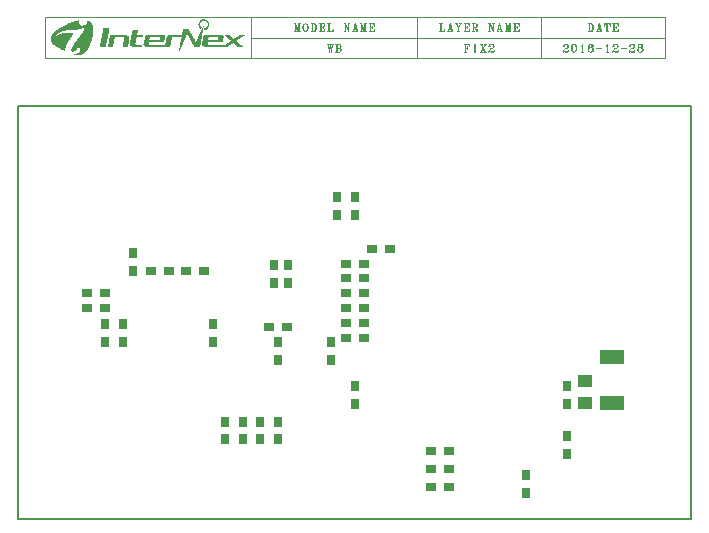
<source format=gbr>
%MOMM*%
%FSLAX33Y33*%
%ADD10C,0.203200*%
%ADD15C,0.070000*%
%ADD141R,0.800000X0.900000*%
%ADD147R,0.900000X0.800000*%
%ADD153R,2.000000X1.300000*%
%ADD155R,1.250000X1.100000*%
G90*G71*G01*D02*G54D10*X000000Y000000D02*X057000Y000000D01*X057000Y035000D01*
X000000Y035000D01*X000000Y000000D01*D02*G54D15*X019750Y042500D02*
X002250Y042500D01*X002250Y039000D01*X019750Y039000D01*X019750Y040750D02*
X054750Y040750D01*X033750Y042500D02*X033750Y039000D01*X019750Y042500D02*
X054750Y042500D01*X054750Y039000D02*X019750Y039000D01*X019750Y042500D02*
X019750Y039000D01*X054750Y042500D02*X054750Y039000D01*X044250Y042500D02*
X044250Y039000D01*X046154Y040098D02*X046154Y040066D01*X046186Y040066D01*
X046186Y040098D01*X046154Y040098D01*X046154Y040130D02*X046186Y040130D01*
X046218Y040098D01*X046218Y040066D01*X046186Y040034D01*X046154Y040034D01*
X046123Y040066D01*X046123Y040098D01*X046154Y040161D01*X046186Y040193D01*
X046282Y040214D01*X046414Y040214D01*X046509Y040193D01*X046541Y040161D01*
X046578Y040098D01*X046578Y040034D01*X046541Y039981D01*X046446Y039917D01*
X046282Y039854D01*X046218Y039822D01*X046154Y039758D01*X046123Y039673D01*
X046123Y039578D01*X046509Y040161D02*X046541Y040098D01*X046541Y040034D01*
X046509Y039981D01*X046414Y040214D02*X046477Y040193D01*X046509Y040098D01*
X046509Y040034D01*X046477Y039981D01*X046414Y039917D01*X046282Y039854D01*
X046123Y039642D02*X046154Y039673D01*X046218Y039673D01*X046377Y039642D01*
X046509Y039642D01*X046578Y039673D01*X046218Y039673D02*X046377Y039610D01*
X046509Y039610D01*X046541Y039642D01*X046218Y039673D02*X046377Y039578D01*
X046509Y039578D01*X046541Y039610D01*X046578Y039673D01*X046578Y039727D01*
X047014Y040214D02*X046918Y040193D01*X046854Y040098D01*X046823Y039949D01*
X046823Y039854D01*X046854Y039705D01*X046918Y039610D01*X047014Y039578D01*
X047082Y039578D01*X047177Y039610D01*X047241Y039705D01*X047278Y039854D01*
X047278Y039949D01*X047241Y040098D01*X047177Y040193D01*X047082Y040214D01*
X047014Y040214D01*X046918Y040161D02*X046886Y040098D01*X046854Y039981D01*
X046854Y039822D01*X046886Y039705D01*X046918Y039642D01*X047177Y039642D02*
X047209Y039705D01*X047241Y039822D01*X047241Y039981D01*X047209Y040098D01*
X047177Y040161D01*X047014Y040214D02*X046950Y040193D01*X046918Y040130D01*
X046886Y039981D01*X046886Y039822D01*X046918Y039673D01*X046950Y039610D01*
X047014Y039578D01*X047082Y039578D02*X047146Y039610D01*X047177Y039673D01*
X047209Y039822D01*X047209Y039981D01*X047177Y040130D01*X047146Y040193D01*
X047082Y040214D01*X047727Y040161D02*X047727Y039578D01*X047745Y040161D02*
X047745Y039610D01*X047759Y040214D02*X047759Y039578D01*X047759Y040214D02*
X047714Y040130D01*X047686Y040098D01*X047673Y039578D02*X047818Y039578D01*
X047727Y039610D02*X047700Y039578D01*X047727Y039642D02*X047714Y039578D01*
X047759Y039642D02*X047773Y039578D01*X047759Y039610D02*X047786Y039578D01*
X048577Y040130D02*X048577Y040098D01*X048609Y040098D01*X048609Y040130D01*
X048577Y040130D01*X048609Y040161D02*X048577Y040161D01*X048546Y040130D01*
X048546Y040098D01*X048577Y040066D01*X048609Y040066D01*X048641Y040098D01*
X048641Y040130D01*X048609Y040193D01*X048546Y040214D01*X048450Y040214D01*
X048350Y040193D01*X048286Y040130D01*X048254Y040066D01*X048223Y039949D01*
X048223Y039758D01*X048254Y039673D01*X048318Y039610D01*X048414Y039578D01*
X048482Y039578D01*X048577Y039610D01*X048641Y039673D01*X048678Y039758D01*
X048678Y039790D01*X048641Y039886D01*X048577Y039949D01*X048482Y039981D01*
X048414Y039981D01*X048350Y039949D01*X048318Y039917D01*X048286Y039854D01*
X048318Y040130D02*X048286Y040066D01*X048254Y039949D01*X048254Y039758D01*
X048286Y039673D01*X048318Y039642D01*X048609Y039673D02*X048641Y039727D01*
X048641Y039822D01*X048609Y039886D01*X048450Y040214D02*X048382Y040193D01*
X048350Y040161D01*X048318Y040098D01*X048286Y039981D01*X048286Y039758D01*
X048318Y039673D01*X048350Y039610D01*X048414Y039578D01*X048482Y039578D02*
X048546Y039610D01*X048577Y039642D01*X048609Y039727D01*X048609Y039822D01*
X048577Y039917D01*X048546Y039949D01*X048482Y039981D01*X048923Y039886D02*
X049378Y039886D01*X049378Y039854D01*X048923Y039886D02*X048923Y039854D01*
X049378Y039854D01*X049827Y040161D02*X049827Y039578D01*X049845Y040161D02*
X049845Y039610D01*X049859Y040214D02*X049859Y039578D01*X049859Y040214D02*
X049814Y040130D01*X049786Y040098D01*X049773Y039578D02*X049918Y039578D01*
X049827Y039610D02*X049800Y039578D01*X049827Y039642D02*X049814Y039578D01*
X049859Y039642D02*X049873Y039578D01*X049859Y039610D02*X049886Y039578D01*
X050354Y040098D02*X050354Y040066D01*X050386Y040066D01*X050386Y040098D01*
X050354Y040098D01*X050354Y040130D02*X050386Y040130D01*X050418Y040098D01*
X050418Y040066D01*X050386Y040034D01*X050354Y040034D01*X050322Y040066D01*
X050322Y040098D01*X050354Y040161D01*X050386Y040193D01*X050482Y040214D01*
X050614Y040214D01*X050709Y040193D01*X050741Y040161D01*X050777Y040098D01*
X050777Y040034D01*X050741Y039981D01*X050646Y039917D01*X050482Y039854D01*
X050418Y039822D01*X050354Y039758D01*X050322Y039673D01*X050322Y039578D01*
X050709Y040161D02*X050741Y040098D01*X050741Y040034D01*X050709Y039981D01*
X050614Y040214D02*X050677Y040193D01*X050709Y040098D01*X050709Y040034D01*
X050677Y039981D01*X050614Y039917D01*X050482Y039854D01*X050322Y039642D02*
X050354Y039673D01*X050418Y039673D01*X050577Y039642D01*X050709Y039642D01*
X050777Y039673D01*X050418Y039673D02*X050577Y039610D01*X050709Y039610D01*
X050741Y039642D01*X050418Y039673D02*X050577Y039578D01*X050709Y039578D01*
X050741Y039610D01*X050777Y039673D01*X050777Y039727D01*X051022Y039886D02*
X051477Y039886D01*X051477Y039854D01*X051022Y039886D02*X051022Y039854D01*
X051477Y039854D01*X051754Y040098D02*X051754Y040066D01*X051786Y040066D01*
X051786Y040098D01*X051754Y040098D01*X051754Y040130D02*X051786Y040130D01*
X051818Y040098D01*X051818Y040066D01*X051786Y040034D01*X051754Y040034D01*
X051722Y040066D01*X051722Y040098D01*X051754Y040161D01*X051786Y040193D01*
X051882Y040214D01*X052014Y040214D01*X052109Y040193D01*X052141Y040161D01*
X052177Y040098D01*X052177Y040034D01*X052141Y039981D01*X052046Y039917D01*
X051882Y039854D01*X051818Y039822D01*X051754Y039758D01*X051722Y039673D01*
X051722Y039578D01*X052109Y040161D02*X052141Y040098D01*X052141Y040034D01*
X052109Y039981D01*X052014Y040214D02*X052077Y040193D01*X052109Y040098D01*
X052109Y040034D01*X052077Y039981D01*X052014Y039917D01*X051882Y039854D01*
X051722Y039642D02*X051754Y039673D01*X051818Y039673D01*X051977Y039642D01*
X052109Y039642D01*X052177Y039673D01*X051818Y039673D02*X051977Y039610D01*
X052109Y039610D01*X052141Y039642D01*X051818Y039673D02*X051977Y039578D01*
X052109Y039578D01*X052141Y039610D01*X052177Y039673D01*X052177Y039727D01*
X052582Y040214D02*X052486Y040193D01*X052454Y040130D01*X052454Y040034D01*
X052486Y039981D01*X052582Y039949D01*X052714Y039949D01*X052809Y039981D01*
X052841Y040034D01*X052841Y040130D01*X052809Y040193D01*X052714Y040214D01*
X052582Y040214D01*X052518Y040193D02*X052486Y040130D01*X052486Y040034D01*
X052518Y039981D01*X052777Y039981D02*X052809Y040034D01*X052809Y040130D01*
X052777Y040193D01*X052582Y040214D02*X052550Y040193D01*X052518Y040130D01*
X052518Y040034D01*X052550Y039981D01*X052582Y039949D01*X052714Y039949D02*
X052746Y039981D01*X052777Y040034D01*X052777Y040130D01*X052746Y040193D01*
X052714Y040214D01*X052582Y039949D02*X052486Y039917D01*X052454Y039886D01*
X052422Y039822D01*X052422Y039705D01*X052454Y039642D01*X052486Y039610D01*
X052582Y039578D01*X052714Y039578D01*X052809Y039610D01*X052841Y039642D01*
X052877Y039705D01*X052877Y039822D01*X052841Y039886D01*X052809Y039917D01*
X052714Y039949D01*X052486Y039886D02*X052454Y039822D01*X052454Y039705D01*
X052486Y039642D01*X052809Y039642D02*X052841Y039705D01*X052841Y039822D01*
X052809Y039886D01*X052582Y039949D02*X052518Y039917D01*X052486Y039822D01*
X052486Y039705D01*X052518Y039610D01*X052582Y039578D01*X052714Y039578D02*
X052777Y039610D01*X052809Y039705D01*X052809Y039822D01*X052777Y039917D01*
X052714Y039949D01*X048300Y041964D02*X048300Y041328D01*X048327Y041943D02*
X048327Y041360D01*X048354Y041964D02*X048354Y041328D01*X048223Y041964D02*
X048486Y041964D01*X048568Y041943D01*X048623Y041880D01*X048650Y041816D01*
X048678Y041731D01*X048678Y041572D01*X048650Y041477D01*X048623Y041423D01*
X048568Y041360D01*X048486Y041328D01*X048223Y041328D01*X048596Y041880D02*
X048623Y041816D01*X048650Y041731D01*X048650Y041572D01*X048623Y041477D01*
X048596Y041423D01*X048486Y041964D02*X048541Y041943D01*X048596Y041848D01*
X048623Y041731D01*X048623Y041572D01*X048596Y041455D01*X048541Y041360D01*
X048486Y041328D01*X048245Y041964D02*X048300Y041943D01*X048273Y041964D02*
X048300Y041911D01*X048382Y041964D02*X048354Y041911D01*X048409Y041964D02*
X048354Y041943D01*X048300Y041360D02*X048245Y041328D01*X048300Y041392D02*
X048273Y041328D01*X048354Y041392D02*X048382Y041328D01*X048354Y041360D02*
X048409Y041328D01*X049150Y041964D02*X048973Y041360D01*X049123Y041880D02*
X049273Y041328D01*X049150Y041880D02*X049300Y041328D01*X049150Y041964D02*
X049323Y041328D01*X049023Y041508D02*X049250Y041508D01*X048923Y041328D02*
X049073Y041328D01*X049200Y041328D02*X049378Y041328D01*X048973Y041360D02*
X048945Y041328D01*X048973Y041360D02*X049023Y041328D01*X049273Y041360D02*
X049223Y041328D01*X049273Y041392D02*X049250Y041328D01*X049300Y041392D02*
X049350Y041328D01*X049623Y041964D02*X049623Y041784D01*X049818Y041964D02*
X049818Y041328D01*X049850Y041943D02*X049850Y041360D01*X049877Y041964D02*
X049877Y041328D01*X050077Y041964D02*X050077Y041784D01*X049623Y041964D02*
X050077Y041964D01*X049736Y041328D02*X049959Y041328D01*X049650Y041964D02*
X049623Y041784D01*X049677Y041964D02*X049623Y041880D01*X049704Y041964D02*
X049623Y041911D01*X049764Y041964D02*X049623Y041943D01*X049932Y041964D02*
X050077Y041943D01*X049991Y041964D02*X050077Y041911D01*X050018Y041964D02*
X050077Y041880D01*X050046Y041964D02*X050077Y041784D01*X049818Y041360D02*
X049764Y041328D01*X049818Y041392D02*X049791Y041328D01*X049877Y041392D02*
X049905Y041328D01*X049877Y041360D02*X049932Y041328D01*X050404Y041964D02*
X050404Y041328D01*X050432Y041943D02*X050432Y041360D01*X050464Y041964D02*
X050464Y041328D01*X050322Y041964D02*X050777Y041964D01*X050777Y041784D01*
X050464Y041667D02*X050632Y041667D01*X050632Y041784D02*X050632Y041540D01*
X050322Y041328D02*X050777Y041328D01*X050777Y041508D01*X050350Y041964D02*
X050404Y041943D01*X050377Y041964D02*X050404Y041911D01*X050491Y041964D02*
X050464Y041911D01*X050518Y041964D02*X050464Y041943D01*X050632Y041964D02*
X050777Y041943D01*X050691Y041964D02*X050777Y041911D01*X050718Y041964D02*
X050777Y041880D01*X050746Y041964D02*X050777Y041784D01*X050632Y041784D02*
X050605Y041667D01*X050632Y041540D01*X050632Y041731D02*X050577Y041667D01*
X050632Y041604D01*X050632Y041699D02*X050518Y041667D01*X050632Y041636D01*
X050404Y041360D02*X050350Y041328D01*X050404Y041392D02*X050377Y041328D01*
X050464Y041392D02*X050491Y041328D01*X050464Y041360D02*X050518Y041328D01*
X050632Y041328D02*X050777Y041360D01*X050691Y041328D02*X050777Y041392D01*
X050718Y041328D02*X050777Y041423D01*X050746Y041328D02*X050777Y041508D01*
X035714Y041964D02*X035714Y041328D01*X035741Y041943D02*X035741Y041360D01*
X035773Y041964D02*X035773Y041328D01*X035623Y041964D02*X035864Y041964D01*
X035623Y041328D02*X036078Y041328D01*X036078Y041508D01*X035650Y041964D02*
X035714Y041943D01*X035682Y041964D02*X035714Y041911D01*X035805Y041964D02*
X035773Y041911D01*X035832Y041964D02*X035773Y041943D01*X035714Y041360D02*
X035650Y041328D01*X035714Y041392D02*X035682Y041328D01*X035773Y041392D02*
X035805Y041328D01*X035773Y041360D02*X035832Y041328D01*X035923Y041328D02*
X036078Y041360D01*X035982Y041328D02*X036078Y041392D01*X036014Y041328D02*
X036078Y041423D01*X036046Y041328D02*X036078Y041508D01*X036550Y041964D02*
X036373Y041360D01*X036523Y041880D02*X036673Y041328D01*X036550Y041880D02*
X036700Y041328D01*X036550Y041964D02*X036723Y041328D01*X036423Y041508D02*
X036650Y041508D01*X036323Y041328D02*X036473Y041328D01*X036600Y041328D02*
X036778Y041328D01*X036373Y041360D02*X036345Y041328D01*X036373Y041360D02*
X036423Y041328D01*X036673Y041360D02*X036623Y041328D01*X036673Y041392D02*
X036650Y041328D01*X036700Y041392D02*X036750Y041328D01*X037068Y041964D02*
X037223Y041636D01*X037223Y041328D01*X037091Y041964D02*X037245Y041636D01*
X037245Y041360D01*X037109Y041964D02*X037273Y041636D01*X037273Y041328D01*
X037405Y041943D02*X037273Y041636D01*X037023Y041964D02*X037182Y041964D01*
X037336Y041964D02*X037478Y041964D01*X037159Y041328D02*X037336Y041328D01*
X037045Y041964D02*X037091Y041943D01*X037159Y041964D02*X037109Y041943D01*
X037364Y041964D02*X037405Y041943D01*X037450Y041964D02*X037405Y041943D01*
X037223Y041360D02*X037182Y041328D01*X037223Y041392D02*X037200Y041328D01*
X037273Y041392D02*X037291Y041328D01*X037273Y041360D02*X037314Y041328D01*
X037804Y041964D02*X037804Y041328D01*X037832Y041943D02*X037832Y041360D01*
X037864Y041964D02*X037864Y041328D01*X037723Y041964D02*X038178Y041964D01*
X038178Y041784D01*X037864Y041667D02*X038032Y041667D01*X038032Y041784D02*
X038032Y041540D01*X037723Y041328D02*X038178Y041328D01*X038178Y041508D01*
X037750Y041964D02*X037804Y041943D01*X037777Y041964D02*X037804Y041911D01*
X037891Y041964D02*X037864Y041911D01*X037918Y041964D02*X037864Y041943D01*
X038032Y041964D02*X038178Y041943D01*X038091Y041964D02*X038178Y041911D01*
X038118Y041964D02*X038178Y041880D01*X038146Y041964D02*X038178Y041784D01*
X038032Y041784D02*X038005Y041667D01*X038032Y041540D01*X038032Y041731D02*
X037977Y041667D01*X038032Y041604D01*X038032Y041699D02*X037918Y041667D01*
X038032Y041636D01*X037804Y041360D02*X037750Y041328D01*X037804Y041392D02*
X037777Y041328D01*X037864Y041392D02*X037891Y041328D01*X037864Y041360D02*
X037918Y041328D01*X038032Y041328D02*X038178Y041360D01*X038091Y041328D02*
X038178Y041392D01*X038118Y041328D02*X038178Y041423D01*X038146Y041328D02*
X038178Y041508D01*X038495Y041964D02*X038495Y041328D01*X038523Y041943D02*
X038523Y041360D01*X038545Y041964D02*X038545Y041328D01*X038423Y041964D02*
X038723Y041964D01*X038800Y041943D01*X038823Y041911D01*X038850Y041848D01*
X038850Y041784D01*X038823Y041731D01*X038800Y041699D01*X038723Y041667D01*
X038545Y041667D01*X038800Y041911D02*X038823Y041848D01*X038823Y041784D01*
X038800Y041731D01*X038723Y041964D02*X038773Y041943D01*X038800Y041880D01*
X038800Y041752D01*X038773Y041699D01*X038723Y041667D01*X038645Y041667D02*
X038700Y041636D01*X038723Y041572D01*X038773Y041392D01*X038800Y041328D01*
X038850Y041328D01*X038878Y041392D01*X038878Y041455D01*X038773Y041455D02*
X038800Y041392D01*X038823Y041360D01*X038850Y041360D01*X038700Y041636D02*
X038723Y041604D01*X038800Y041423D01*X038823Y041392D01*X038850Y041392D01*
X038878Y041423D01*X038423Y041328D02*X038623Y041328D01*X038445Y041964D02*
X038495Y041943D01*X038473Y041964D02*X038495Y041911D01*X038573Y041964D02*
X038545Y041911D01*X038595Y041964D02*X038545Y041943D01*X038495Y041360D02*
X038445Y041328D01*X038495Y041392D02*X038473Y041328D01*X038545Y041392D02*
X038573Y041328D01*X038545Y041360D02*X038595Y041328D01*X039886Y041964D02*
X039886Y041360D01*X039886Y041964D02*X040205Y041328D01*X039913Y041964D02*
X040182Y041423D01*X039932Y041964D02*X040205Y041423D01*X040205Y041943D02*
X040205Y041328D01*X039822Y041964D02*X039932Y041964D01*X040141Y041964D02*
X040277Y041964D01*X039822Y041328D02*X039954Y041328D01*X039841Y041964D02*
X039886Y041943D01*X040164Y041964D02*X040205Y041943D01*X040255Y041964D02*
X040205Y041943D01*X039886Y041360D02*X039841Y041328D01*X039886Y041360D02*
X039932Y041328D01*X040750Y041964D02*X040573Y041360D01*X040723Y041880D02*
X040873Y041328D01*X040750Y041880D02*X040900Y041328D01*X040750Y041964D02*
X040923Y041328D01*X040623Y041508D02*X040850Y041508D01*X040522Y041328D02*
X040673Y041328D01*X040800Y041328D02*X040977Y041328D01*X040573Y041360D02*
X040545Y041328D01*X040573Y041360D02*X040623Y041328D01*X040873Y041360D02*
X040823Y041328D01*X040873Y041392D02*X040850Y041328D01*X040900Y041392D02*
X040950Y041328D01*X041282Y041964D02*X041282Y041360D01*X041282Y041964D02*
X041427Y041328D01*X041304Y041964D02*X041427Y041423D01*X041323Y041964D02*
X041445Y041423D01*X041573Y041964D02*X041427Y041328D01*X041573Y041964D02*
X041573Y041328D01*X041591Y041943D02*X041591Y041360D01*X041614Y041964D02*
X041614Y041328D01*X041222Y041964D02*X041323Y041964D01*X041573Y041964D02*
X041677Y041964D01*X041222Y041328D02*X041345Y041328D01*X041509Y041328D02*
X041677Y041328D01*X041241Y041964D02*X041282Y041943D01*X041632Y041964D02*
X041614Y041911D01*X041655Y041964D02*X041614Y041943D01*X041282Y041360D02*
X041241Y041328D01*X041282Y041360D02*X041323Y041328D01*X041573Y041360D02*
X041532Y041328D01*X041573Y041392D02*X041550Y041328D01*X041614Y041392D02*
X041632Y041328D01*X041614Y041360D02*X041655Y041328D01*X042004Y041964D02*
X042004Y041328D01*X042032Y041943D02*X042032Y041360D01*X042064Y041964D02*
X042064Y041328D01*X041922Y041964D02*X042377Y041964D01*X042377Y041784D01*
X042064Y041667D02*X042232Y041667D01*X042232Y041784D02*X042232Y041540D01*
X041922Y041328D02*X042377Y041328D01*X042377Y041508D01*X041950Y041964D02*
X042004Y041943D01*X041977Y041964D02*X042004Y041911D01*X042091Y041964D02*
X042064Y041911D01*X042118Y041964D02*X042064Y041943D01*X042232Y041964D02*
X042377Y041943D01*X042291Y041964D02*X042377Y041911D01*X042318Y041964D02*
X042377Y041880D01*X042346Y041964D02*X042377Y041784D01*X042232Y041784D02*
X042205Y041667D01*X042232Y041540D01*X042232Y041731D02*X042177Y041667D01*
X042232Y041604D01*X042232Y041699D02*X042118Y041667D01*X042232Y041636D01*
X042004Y041360D02*X041950Y041328D01*X042004Y041392D02*X041977Y041328D01*
X042064Y041392D02*X042091Y041328D01*X042064Y041360D02*X042118Y041328D01*
X042232Y041328D02*X042377Y041360D01*X042291Y041328D02*X042377Y041392D01*
X042318Y041328D02*X042377Y041423D01*X042346Y041328D02*X042377Y041508D01*
X023432Y041964D02*X023432Y041360D01*X023432Y041964D02*X023577Y041328D01*
X023454Y041964D02*X023577Y041423D01*X023473Y041964D02*X023596Y041423D01*
X023723Y041964D02*X023577Y041328D01*X023723Y041964D02*X023723Y041328D01*
X023741Y041943D02*X023741Y041360D01*X023764Y041964D02*X023764Y041328D01*
X023373Y041964D02*X023473Y041964D01*X023723Y041964D02*X023828Y041964D01*
X023373Y041328D02*X023495Y041328D01*X023659Y041328D02*X023828Y041328D01*
X023391Y041964D02*X023432Y041943D01*X023782Y041964D02*X023764Y041911D01*
X023805Y041964D02*X023764Y041943D01*X023432Y041360D02*X023391Y041328D01*
X023432Y041360D02*X023473Y041328D01*X023723Y041360D02*X023682Y041328D01*
X023723Y041392D02*X023700Y041328D01*X023764Y041392D02*X023782Y041328D01*
X023764Y041360D02*X023805Y041328D01*X024268Y041964D02*X024186Y041943D01*
X024127Y041880D01*X024100Y041816D01*X024073Y041699D01*X024073Y041604D01*
X024100Y041477D01*X024127Y041423D01*X024186Y041360D01*X024268Y041328D01*
X024327Y041328D01*X024414Y041360D01*X024468Y041423D01*X024496Y041477D01*
X024528Y041604D01*X024528Y041699D01*X024496Y041816D01*X024468Y041880D01*
X024414Y041943D01*X024327Y041964D01*X024268Y041964D01*X024154Y041880D02*
X024127Y041816D01*X024100Y041731D01*X024100Y041572D01*X024127Y041477D01*
X024154Y041423D01*X024441Y041423D02*X024468Y041477D01*X024496Y041572D01*
X024496Y041731D01*X024468Y041816D01*X024441Y041880D01*X024268Y041964D02*
X024214Y041943D01*X024154Y041848D01*X024127Y041731D01*X024127Y041572D01*
X024154Y041455D01*X024214Y041360D01*X024268Y041328D01*X024327Y041328D02*
X024382Y041360D01*X024441Y041455D01*X024468Y041572D01*X024468Y041731D01*
X024441Y041848D01*X024382Y041943D01*X024327Y041964D01*X024850Y041964D02*
X024850Y041328D01*X024877Y041943D02*X024877Y041360D01*X024904Y041964D02*
X024904Y041328D01*X024773Y041964D02*X025036Y041964D01*X025118Y041943D01*
X025173Y041880D01*X025200Y041816D01*X025228Y041731D01*X025228Y041572D01*
X025200Y041477D01*X025173Y041423D01*X025118Y041360D01*X025036Y041328D01*
X024773Y041328D01*X025146Y041880D02*X025173Y041816D01*X025200Y041731D01*
X025200Y041572D01*X025173Y041477D01*X025146Y041423D01*X025036Y041964D02*
X025091Y041943D01*X025146Y041848D01*X025173Y041731D01*X025173Y041572D01*
X025146Y041455D01*X025091Y041360D01*X025036Y041328D01*X024795Y041964D02*
X024850Y041943D01*X024823Y041964D02*X024850Y041911D01*X024932Y041964D02*
X024904Y041911D01*X024959Y041964D02*X024904Y041943D01*X024850Y041360D02*
X024795Y041328D01*X024850Y041392D02*X024823Y041328D01*X024904Y041392D02*
X024932Y041328D01*X024904Y041360D02*X024959Y041328D01*X025554Y041964D02*
X025554Y041328D01*X025582Y041943D02*X025582Y041360D01*X025614Y041964D02*
X025614Y041328D01*X025473Y041964D02*X025928Y041964D01*X025928Y041784D01*
X025614Y041667D02*X025782Y041667D01*X025782Y041784D02*X025782Y041540D01*
X025473Y041328D02*X025928Y041328D01*X025928Y041508D01*X025500Y041964D02*
X025554Y041943D01*X025527Y041964D02*X025554Y041911D01*X025641Y041964D02*
X025614Y041911D01*X025668Y041964D02*X025614Y041943D01*X025782Y041964D02*
X025928Y041943D01*X025841Y041964D02*X025928Y041911D01*X025868Y041964D02*
X025928Y041880D01*X025896Y041964D02*X025928Y041784D01*X025782Y041784D02*
X025755Y041667D01*X025782Y041540D01*X025782Y041731D02*X025727Y041667D01*
X025782Y041604D01*X025782Y041699D02*X025668Y041667D01*X025782Y041636D01*
X025554Y041360D02*X025500Y041328D01*X025554Y041392D02*X025527Y041328D01*
X025614Y041392D02*X025641Y041328D01*X025614Y041360D02*X025668Y041328D01*
X025782Y041328D02*X025928Y041360D01*X025841Y041328D02*X025928Y041392D01*
X025868Y041328D02*X025928Y041423D01*X025896Y041328D02*X025928Y041508D01*
X026264Y041964D02*X026264Y041328D01*X026291Y041943D02*X026291Y041360D01*
X026323Y041964D02*X026323Y041328D01*X026173Y041964D02*X026414Y041964D01*
X026173Y041328D02*X026628Y041328D01*X026628Y041508D01*X026200Y041964D02*
X026264Y041943D01*X026232Y041964D02*X026264Y041911D01*X026355Y041964D02*
X026323Y041911D01*X026382Y041964D02*X026323Y041943D01*X026264Y041360D02*
X026200Y041328D01*X026264Y041392D02*X026232Y041328D01*X026323Y041392D02*
X026355Y041328D01*X026323Y041360D02*X026382Y041328D01*X026473Y041328D02*
X026628Y041360D01*X026532Y041328D02*X026628Y041392D01*X026564Y041328D02*
X026628Y041423D01*X026596Y041328D02*X026628Y041508D01*X027636Y041964D02*
X027636Y041360D01*X027636Y041964D02*X027955Y041328D01*X027663Y041964D02*
X027932Y041423D01*X027682Y041964D02*X027955Y041423D01*X027955Y041943D02*
X027955Y041328D01*X027572Y041964D02*X027682Y041964D01*X027891Y041964D02*
X028027Y041964D01*X027572Y041328D02*X027704Y041328D01*X027591Y041964D02*
X027636Y041943D01*X027914Y041964D02*X027955Y041943D01*X028005Y041964D02*
X027955Y041943D01*X027636Y041360D02*X027591Y041328D01*X027636Y041360D02*
X027682Y041328D01*X028500Y041964D02*X028323Y041360D01*X028473Y041880D02*
X028623Y041328D01*X028500Y041880D02*X028650Y041328D01*X028500Y041964D02*
X028673Y041328D01*X028373Y041508D02*X028600Y041508D01*X028272Y041328D02*
X028423Y041328D01*X028550Y041328D02*X028727Y041328D01*X028323Y041360D02*
X028295Y041328D01*X028323Y041360D02*X028373Y041328D01*X028623Y041360D02*
X028573Y041328D01*X028623Y041392D02*X028600Y041328D01*X028650Y041392D02*
X028700Y041328D01*X029032Y041964D02*X029032Y041360D01*X029032Y041964D02*
X029177Y041328D01*X029054Y041964D02*X029177Y041423D01*X029073Y041964D02*
X029195Y041423D01*X029323Y041964D02*X029177Y041328D01*X029323Y041964D02*
X029323Y041328D01*X029341Y041943D02*X029341Y041360D01*X029364Y041964D02*
X029364Y041328D01*X028972Y041964D02*X029073Y041964D01*X029323Y041964D02*
X029427Y041964D01*X028972Y041328D02*X029095Y041328D01*X029259Y041328D02*
X029427Y041328D01*X028991Y041964D02*X029032Y041943D01*X029382Y041964D02*
X029364Y041911D01*X029405Y041964D02*X029364Y041943D01*X029032Y041360D02*
X028991Y041328D01*X029032Y041360D02*X029073Y041328D01*X029323Y041360D02*
X029282Y041328D01*X029323Y041392D02*X029300Y041328D01*X029364Y041392D02*
X029382Y041328D01*X029364Y041360D02*X029405Y041328D01*X029754Y041964D02*
X029754Y041328D01*X029782Y041943D02*X029782Y041360D01*X029814Y041964D02*
X029814Y041328D01*X029672Y041964D02*X030127Y041964D01*X030127Y041784D01*
X029814Y041667D02*X029982Y041667D01*X029982Y041784D02*X029982Y041540D01*
X029672Y041328D02*X030127Y041328D01*X030127Y041508D01*X029700Y041964D02*
X029754Y041943D01*X029727Y041964D02*X029754Y041911D01*X029841Y041964D02*
X029814Y041911D01*X029868Y041964D02*X029814Y041943D01*X029982Y041964D02*
X030127Y041943D01*X030041Y041964D02*X030127Y041911D01*X030068Y041964D02*
X030127Y041880D01*X030096Y041964D02*X030127Y041784D01*X029982Y041784D02*
X029955Y041667D01*X029982Y041540D01*X029982Y041731D02*X029927Y041667D01*
X029982Y041604D01*X029982Y041699D02*X029868Y041667D01*X029982Y041636D01*
X029754Y041360D02*X029700Y041328D01*X029754Y041392D02*X029727Y041328D01*
X029814Y041392D02*X029841Y041328D01*X029814Y041360D02*X029868Y041328D01*
X029982Y041328D02*X030127Y041360D01*X030041Y041328D02*X030127Y041392D01*
X030068Y041328D02*X030127Y041423D01*X030096Y041328D02*X030127Y041508D01*
X026232Y040214D02*X026314Y039578D01*X026254Y040214D02*X026314Y039727D01*
X026314Y039578D01*X026273Y040214D02*X026336Y039727D01*X026400Y040214D02*
X026336Y039727D01*X026314Y039578D01*X026400Y040214D02*X026482Y039578D01*
X026418Y040214D02*X026482Y039727D01*X026482Y039578D01*X026441Y040214D02*
X026500Y039727D01*X026564Y040193D02*X026500Y039727D01*X026482Y039578D01*
X026173Y040214D02*X026336Y040214D01*X026400Y040214D02*X026441Y040214D01*
X026500Y040214D02*X026628Y040214D01*X026191Y040214D02*X026254Y040193D01*
X026213Y040214D02*X026254Y040161D01*X026295Y040214D02*X026273Y040161D01*
X026314Y040214D02*X026273Y040193D01*X026523Y040214D02*X026564Y040193D01*
X026605Y040214D02*X026564Y040193D01*X026950Y040214D02*X026950Y039578D01*
X026977Y040193D02*X026977Y039610D01*X027004Y040214D02*X027004Y039578D01*
X026873Y040214D02*X027191Y040214D01*X027273Y040193D01*X027296Y040161D01*
X027327Y040098D01*X027327Y040034D01*X027296Y039981D01*X027273Y039949D01*
X027191Y039917D01*X027273Y040161D02*X027296Y040098D01*X027296Y040034D01*
X027273Y039981D01*X027191Y040214D02*X027246Y040193D01*X027273Y040130D01*
X027273Y040002D01*X027246Y039949D01*X027191Y039917D01*X027004Y039917D02*
X027191Y039917D01*X027273Y039886D01*X027296Y039854D01*X027327Y039790D01*
X027327Y039705D01*X027296Y039642D01*X027273Y039610D01*X027191Y039578D01*
X026873Y039578D01*X027273Y039854D02*X027296Y039790D01*X027296Y039705D01*
X027273Y039642D01*X027191Y039917D02*X027246Y039886D01*X027273Y039822D01*
X027273Y039673D01*X027246Y039610D01*X027191Y039578D01*X026895Y040214D02*
X026950Y040193D01*X026923Y040214D02*X026950Y040161D01*X027032Y040214D02*
X027004Y040161D01*X027059Y040214D02*X027004Y040193D01*X026950Y039610D02*
X026895Y039578D01*X026950Y039642D02*X026923Y039578D01*X027004Y039642D02*
X027032Y039578D01*X027004Y039610D02*X027059Y039578D01*X037804Y040214D02*
X037804Y039578D01*X037836Y040193D02*X037836Y039610D01*X037864Y040214D02*
X037864Y039578D01*X037723Y040214D02*X038178Y040214D01*X038178Y040034D01*
X037864Y039917D02*X038032Y039917D01*X038032Y040034D02*X038032Y039790D01*
X037723Y039578D02*X037950Y039578D01*X037750Y040214D02*X037804Y040193D01*
X037777Y040214D02*X037804Y040161D01*X037891Y040214D02*X037864Y040161D01*
X037918Y040214D02*X037864Y040193D01*X038032Y040214D02*X038178Y040193D01*
X038091Y040214D02*X038178Y040161D01*X038118Y040214D02*X038178Y040130D01*
X038146Y040214D02*X038178Y040034D01*X038032Y040034D02*X038005Y039917D01*
X038032Y039790D01*X038032Y039981D02*X037977Y039917D01*X038032Y039854D01*
X038032Y039949D02*X037918Y039917D01*X038032Y039886D01*X037804Y039610D02*
X037750Y039578D01*X037804Y039642D02*X037777Y039578D01*X037864Y039642D02*
X037891Y039578D01*X037864Y039610D02*X037918Y039578D01*X038632Y040214D02*
X038632Y039578D01*X038645Y040193D02*X038645Y039610D01*X038664Y040214D02*
X038664Y039578D01*X038591Y040214D02*X038705Y040214D01*X038591Y039578D02*
X038705Y039578D01*X038605Y040214D02*X038632Y040193D01*X038618Y040214D02*
X038632Y040161D01*X038677Y040214D02*X038664Y040161D01*X038691Y040214D02*
X038664Y040193D01*X038632Y039610D02*X038605Y039578D01*X038632Y039642D02*
X038618Y039578D01*X038664Y039642D02*X038677Y039578D01*X038664Y039610D02*
X038691Y039578D01*X039173Y040214D02*X039473Y039578D01*X039195Y040214D02*
X039500Y039578D01*X039223Y040214D02*X039523Y039578D01*X039500Y040193D02*
X039195Y039610D01*X039123Y040214D02*X039295Y040214D01*X039423Y040214D02*
X039577Y040214D01*X039123Y039578D02*X039273Y039578D01*X039400Y039578D02*
X039577Y039578D01*X039145Y040214D02*X039223Y040161D01*X039245Y040214D02*
X039223Y040161D01*X039273Y040214D02*X039223Y040193D01*X039450Y040214D02*
X039500Y040193D01*X039550Y040214D02*X039500Y040193D01*X039195Y039610D02*
X039145Y039578D01*X039195Y039610D02*X039245Y039578D01*X039473Y039610D02*
X039423Y039578D01*X039473Y039642D02*X039450Y039578D01*X039473Y039642D02*
X039550Y039578D01*X039854Y040098D02*X039854Y040066D01*X039886Y040066D01*
X039886Y040098D01*X039854Y040098D01*X039854Y040130D02*X039886Y040130D01*
X039918Y040098D01*X039918Y040066D01*X039886Y040034D01*X039854Y040034D01*
X039822Y040066D01*X039822Y040098D01*X039854Y040161D01*X039886Y040193D01*
X039982Y040214D01*X040114Y040214D01*X040209Y040193D01*X040241Y040161D01*
X040277Y040098D01*X040277Y040034D01*X040241Y039981D01*X040146Y039917D01*
X039982Y039854D01*X039918Y039822D01*X039854Y039758D01*X039822Y039673D01*
X039822Y039578D01*X040209Y040161D02*X040241Y040098D01*X040241Y040034D01*
X040209Y039981D01*X040114Y040214D02*X040177Y040193D01*X040209Y040098D01*
X040209Y040034D01*X040177Y039981D01*X040114Y039917D01*X039982Y039854D01*
X039822Y039642D02*X039854Y039673D01*X039918Y039673D01*X040077Y039642D01*
X040209Y039642D01*X040277Y039673D01*X039918Y039673D02*X040077Y039610D01*
X040209Y039610D01*X040241Y039642D01*X039918Y039673D02*X040077Y039578D01*
X040209Y039578D01*X040241Y039610D01*X040277Y039673D01*X040277Y039727D01*
X000000Y000000D02*D02*G54D141*X043000Y002250D03*X046500Y005500D03*
X043000Y003750D03*X017500Y008250D03*X017500Y006750D03*X020500Y008250D03*
X020500Y006750D03*X019000Y008250D03*X019000Y006750D03*X022000Y008250D03*
X022000Y006750D03*X046500Y007000D03*X028500Y011250D03*X028500Y009750D03*
X046500Y011250D03*X046500Y009750D03*X022000Y013500D03*X026500Y013500D03*
X007375Y016500D03*X007375Y015000D03*X008875Y016500D03*X008875Y015000D03*
X016500Y015000D03*X016500Y016500D03*X022000Y015000D03*X026500Y015000D03*
X021625Y020000D03*X022875Y020000D03*X009750Y021000D03*X009750Y022500D03*
X021625Y021500D03*X022875Y021500D03*X028500Y025750D03*X027000Y025750D03*
X028500Y027250D03*X027000Y027250D03*D02*G54D147*X036500Y002750D03*
X035000Y002750D03*X035000Y005750D03*X036500Y005750D03*X036500Y004250D03*
X035000Y004250D03*X021250Y016250D03*X022750Y016250D03*X029250Y016625D03*
X027750Y016625D03*X029250Y015375D03*X027750Y015375D03*X007375Y017875D03*
X005875Y017875D03*X007375Y019125D03*X005875Y019125D03*X029250Y017875D03*
X027750Y017875D03*X029250Y020375D03*X027750Y020375D03*X029250Y019125D03*
X027750Y019125D03*X012750Y021000D03*X011250Y021000D03*X015750Y021000D03*
X014250Y021000D03*X030000Y022875D03*X029250Y021625D03*X027750Y021625D03*
X031500Y022875D03*D02*G54D153*X050250Y009800D03*X050250Y013700D03*D02*G54D155*
X048000Y009825D03*X048000Y011675D03*
G36*X017465Y040976D02*X017465Y040998D01*X017854Y040998D01*X017854Y040976D01*
X017875Y040976D01*X017875Y040955D01*X017918Y040955D01*X017918Y040933D01*
X017940Y040933D01*X017940Y040911D01*X017962Y040911D01*X017962Y040890D01*
X017983Y040890D01*X017983Y040868D01*X018005Y040868D01*X018005Y040847D01*
X018027Y040847D01*X018027Y040825D01*X018048Y040825D01*X018048Y040803D01*
X018070Y040803D01*X018070Y040782D01*X018091Y040782D01*X018091Y040760D01*
X018135Y040760D01*X018135Y040739D01*X018156Y040739D01*X018156Y040717D01*
X018178Y040717D01*X018178Y040695D01*X018199Y040695D01*X018199Y040674D01*
X018221Y040674D01*X018221Y040652D01*X018264Y040652D01*X018264Y040674D01*
X018307Y040674D01*X018307Y040695D01*X018351Y040695D01*X018351Y040717D01*
X018372Y040717D01*X018372Y040739D01*X018415Y040739D01*X018415Y040760D01*
X018437Y040760D01*X018437Y040782D01*X018480Y040782D01*X018480Y040803D01*
X018523Y040803D01*X018523Y040825D01*X018545Y040825D01*X018545Y040847D01*
X018588Y040847D01*X018588Y040868D01*X018610Y040868D01*X018610Y040890D01*
X018653Y040890D01*X018653Y040911D01*X018675Y040911D01*X018675Y040933D01*
X018718Y040933D01*X018718Y040955D01*X018739Y040955D01*X018739Y040976D01*
X018783Y040976D01*X018783Y040998D01*X019236Y040998D01*X019236Y040976D01*
X019193Y040976D01*X019193Y040955D01*X019171Y040955D01*X019171Y040933D01*
X019128Y040933D01*X019128Y040911D01*X019107Y040911D01*X019107Y040890D01*
X019063Y040890D01*X019063Y040868D01*X019042Y040868D01*X019042Y040847D01*
X018999Y040847D01*X018999Y040825D01*X018977Y040825D01*X018977Y040803D01*
X018934Y040803D01*X018934Y040782D01*X018912Y040782D01*X018912Y040760D01*
X018869Y040760D01*X018869Y040739D01*X018847Y040739D01*X018847Y040717D01*
X018804Y040717D01*X018804Y040695D01*X018783Y040695D01*X018783Y040674D01*
X018739Y040674D01*X018739Y040652D01*X018718Y040652D01*X018718Y040631D01*
X018675Y040631D01*X018675Y040609D01*X018653Y040609D01*X018653Y040587D01*
X018610Y040587D01*X018610Y040566D01*X018588Y040566D01*X018588Y040544D01*
X018545Y040544D01*X018545Y040523D01*X018523Y040523D01*X018523Y040501D01*
X018480Y040501D01*X018480Y040458D01*X018005Y040458D01*X018005Y040523D01*
X017983Y040523D01*X017983Y040544D01*X017940Y040544D01*X017940Y040566D01*
X017918Y040566D01*X017918Y040587D01*X017897Y040587D01*X017897Y040609D01*
X017875Y040609D01*X017875Y040631D01*X017854Y040631D01*X017854Y040652D01*
X017832Y040652D01*X017832Y040674D01*X017810Y040674D01*X017810Y040695D01*
X017789Y040695D01*X017789Y040717D01*X017746Y040717D01*X017746Y040739D01*
X017724Y040739D01*X017724Y040760D01*X017702Y040760D01*X017702Y040782D01*
X017681Y040782D01*X017681Y040803D01*X017659Y040803D01*X017659Y040825D01*
X017638Y040825D01*X017638Y040847D01*X017616Y040847D01*X017616Y040868D01*
X017573Y040868D01*X017573Y040890D01*X017551Y040890D01*X017551Y040911D01*
X017530Y040911D01*X017530Y040933D01*X017508Y040933D01*X017508Y040955D01*
X017486Y040955D01*X017486Y040976D01*X017465Y040976D01*G37*G36*X017530Y040155D02*
X017530Y040177D01*X017573Y040177D01*X017573Y040199D01*X017594Y040199D01*
X017594Y040220D01*X017638Y040220D01*X017638Y040242D01*X017681Y040242D01*
X017681Y040263D01*X017702Y040263D01*X017702Y040285D01*X017746Y040285D01*
X017746Y040307D01*X017767Y040307D01*X017767Y040328D01*X017789Y040328D01*
X017789Y040350D01*X017832Y040350D01*X017832Y040371D01*X017875Y040371D01*
X017875Y040393D01*X017897Y040393D01*X017897Y040415D01*X017940Y040415D01*
X017940Y040436D01*X017962Y040436D01*X017962Y040458D01*X018502Y040458D01*
X018502Y040436D01*X018523Y040436D01*X018523Y040415D01*X018567Y040415D01*
X018567Y040393D01*X018588Y040393D01*X018588Y040371D01*X018610Y040371D01*
X018610Y040350D01*X018631Y040350D01*X018631Y040328D01*X018675Y040328D01*
X018675Y040307D01*X018696Y040307D01*X018696Y040285D01*X018718Y040285D01*
X018718Y040263D01*X018739Y040263D01*X018739Y040242D01*X018783Y040242D01*
X018783Y040220D01*X018804Y040220D01*X018804Y040199D01*X018826Y040199D01*
X018826Y040177D01*X018847Y040177D01*X018847Y040155D01*X018891Y040155D01*
X018891Y040134D01*X018912Y040134D01*X018912Y040112D01*X018934Y040112D01*
X018934Y040091D01*X018955Y040091D01*X018955Y040069D01*X018977Y040069D01*
X018977Y040047D01*X019020Y040047D01*X019020Y040026D01*X019042Y040026D01*
X019042Y040004D01*X019063Y040004D01*X019063Y039983D01*X019085Y039983D01*
X019085Y039961D01*X018631Y039961D01*X018631Y039983D01*X018588Y039983D01*
X018588Y040004D01*X018567Y040004D01*X018567Y040026D01*X018545Y040026D01*
X018545Y040047D01*X018523Y040047D01*X018523Y040069D01*X018502Y040069D01*
X018502Y040091D01*X018480Y040091D01*X018480Y040112D01*X018437Y040112D01*
X018437Y040134D01*X018415Y040134D01*X018415Y040155D01*X018394Y040155D01*
X018394Y040177D01*X018372Y040177D01*X018372Y040199D01*X018351Y040199D01*
X018351Y040220D01*X018329Y040220D01*X018329Y040242D01*X018286Y040242D01*
X018286Y040263D01*X018264Y040263D01*X018264Y040285D01*X018243Y040285D01*
X018243Y040307D01*X018199Y040307D01*X018199Y040285D01*X018156Y040285D01*
X018156Y040263D01*X018135Y040263D01*X018135Y040242D01*X018091Y040242D01*
X018091Y040220D01*X018048Y040220D01*X018048Y040199D01*X018027Y040199D01*
X018027Y040177D01*X017983Y040177D01*X017983Y040155D01*X017530Y040155D01*G37*G36*
X015758Y041451D02*X015780Y041451D01*X015780Y041430D01*X015823Y041430D01*
X015823Y041408D01*X015866Y041408D01*X015866Y041430D01*X015909Y041430D01*
X015909Y041451D01*X015953Y041451D01*X015953Y041473D01*X015996Y041473D01*
X015996Y041495D01*X016017Y041495D01*X016017Y041516D01*X016039Y041516D01*
X016039Y041538D01*X016061Y041538D01*X016061Y041560D01*X016082Y041560D01*
X016082Y041581D01*X016104Y041581D01*X016104Y041624D01*X016125Y041624D01*
X016125Y041646D01*X016147Y041646D01*X016147Y041689D01*X016169Y041689D01*
X016169Y041776D01*X016190Y041776D01*X016190Y041948D01*X016169Y041948D01*
X016169Y042013D01*X016017Y042013D01*X016017Y041970D01*X016039Y041970D01*
X016039Y041754D01*X016017Y041754D01*X016017Y041711D01*X015996Y041711D01*
X015996Y041668D01*X015974Y041668D01*X015974Y041646D01*X015953Y041646D01*
X015953Y041624D01*X015931Y041624D01*X015931Y041603D01*X015888Y041603D01*
X015888Y041581D01*X015845Y041581D01*X015845Y041560D01*X015801Y041560D01*
X015801Y041538D01*X015780Y041538D01*X015780Y041516D01*X015758Y041516D01*
X015758Y041451D01*G37*G36*X015305Y042035D02*X015477Y042035D01*X015477Y042056D01*
X015499Y042056D01*X015499Y042100D01*X015521Y042100D01*X015521Y042121D01*
X015564Y042121D01*X015564Y042143D01*X015607Y042143D01*X015607Y042164D01*
X015693Y042164D01*X015693Y042186D01*X015780Y042186D01*X015780Y042164D01*
X015866Y042164D01*X015866Y042143D01*X015888Y042143D01*X015888Y042121D01*
X015931Y042121D01*X015931Y042100D01*X015953Y042100D01*X015953Y042078D01*
X015974Y042078D01*X015974Y042056D01*X015996Y042056D01*X015996Y042013D01*
X016169Y042013D01*X016169Y042035D01*X016147Y042035D01*X016147Y042078D01*
X016125Y042078D01*X016125Y042121D01*X016104Y042121D01*X016104Y042143D01*
X016082Y042143D01*X016082Y042164D01*X016061Y042164D01*X016061Y042186D01*
X016039Y042186D01*X016039Y042208D01*X016017Y042208D01*X016017Y042229D01*
X015996Y042229D01*X015996Y042251D01*X015953Y042251D01*X015953Y042272D01*
X015909Y042272D01*X015909Y042294D01*X015845Y042294D01*X015845Y042316D01*
X015607Y042316D01*X015607Y042294D01*X015542Y042294D01*X015542Y042272D01*
X015499Y042272D01*X015499Y042251D01*X015477Y042251D01*X015477Y042229D01*
X015434Y042229D01*X015434Y042208D01*X015413Y042208D01*X015413Y042186D01*
X015391Y042186D01*X015391Y042164D01*X015369Y042164D01*X015369Y042121D01*
X015348Y042121D01*X015348Y042100D01*X015326Y042100D01*X015326Y042056D01*
X015305Y042056D01*X015305Y042035D01*G37*G36*X015261Y041819D02*X015283Y041819D01*
X015283Y041732D01*X015305Y041732D01*X015305Y041668D01*X015326Y041668D01*
X015326Y041624D01*X015348Y041624D01*X015348Y041603D01*X015369Y041603D01*
X015369Y041560D01*X015391Y041560D01*X015391Y041538D01*X015434Y041538D01*
X015434Y041516D01*X015521Y041516D01*X015521Y041538D01*X015542Y041538D01*
X015542Y041624D01*X015521Y041624D01*X015521Y041646D01*X015499Y041646D01*
X015499Y041668D01*X015477Y041668D01*X015477Y041689D01*X015456Y041689D01*
X015456Y041732D01*X015434Y041732D01*X015434Y041797D01*X015413Y041797D01*
X015413Y041927D01*X015434Y041927D01*X015434Y041992D01*X015456Y041992D01*
X015456Y042035D01*X015305Y042035D01*X015305Y042013D01*X015283Y042013D01*
X015283Y041905D01*X015261Y041905D01*X015261Y041819D01*G37*G36*X014462Y040782D02*
X014484Y040782D01*X014484Y040739D01*X014505Y040739D01*X014505Y040717D01*
X014527Y040717D01*X014527Y040674D01*X014548Y040674D01*X014548Y040631D01*
X014570Y040631D01*X014570Y040587D01*X014592Y040587D01*X014592Y040544D01*
X014613Y040544D01*X014613Y040501D01*X014635Y040501D01*X014635Y040479D01*
X014656Y040479D01*X014656Y040436D01*X014678Y040436D01*X014678Y040393D01*
X014700Y040393D01*X014700Y040350D01*X014721Y040350D01*X014721Y040307D01*
X014743Y040307D01*X014743Y040263D01*X014765Y040263D01*X014765Y040242D01*
X014786Y040242D01*X014786Y040199D01*X014808Y040199D01*X014808Y040155D01*
X014829Y040155D01*X014829Y040112D01*X014851Y040112D01*X014851Y040069D01*
X014873Y040069D01*X014873Y040047D01*X014894Y040047D01*X014894Y040004D01*
X014916Y040004D01*X014916Y039961D01*X015413Y039961D01*X015413Y040026D01*
X015434Y040026D01*X015434Y040155D01*X015456Y040155D01*X015456Y040263D01*
X015477Y040263D01*X015477Y040393D01*X015499Y040393D01*X015499Y040523D01*
X015521Y040523D01*X015521Y040631D01*X015542Y040631D01*X015542Y040760D01*
X015564Y040760D01*X015564Y040868D01*X015585Y040868D01*X015585Y040998D01*
X015607Y040998D01*X015607Y041127D01*X015629Y041127D01*X015629Y041257D01*
X015650Y041257D01*X015650Y041365D01*X015672Y041365D01*X015672Y041495D01*
X015693Y041495D01*X015693Y041624D01*X015715Y041624D01*X015715Y041732D01*
X015737Y041732D01*X015737Y041819D01*X015715Y041819D01*X015715Y041776D01*
X015693Y041776D01*X015693Y041711D01*X015672Y041711D01*X015672Y041668D01*
X015650Y041668D01*X015650Y041624D01*X015629Y041624D01*X015629Y041581D01*
X015607Y041581D01*X015607Y041538D01*X015585Y041538D01*X015585Y041495D01*
X015564Y041495D01*X015564Y041451D01*X015542Y041451D01*X015542Y041408D01*
X015521Y041408D01*X015521Y041365D01*X015499Y041365D01*X015499Y041322D01*
X015477Y041322D01*X015477Y041279D01*X015456Y041279D01*X015456Y041214D01*
X015434Y041214D01*X015434Y041171D01*X015413Y041171D01*X015413Y041127D01*
X015391Y041127D01*X015391Y041084D01*X015369Y041084D01*X015369Y041041D01*
X015348Y041041D01*X015348Y040998D01*X015326Y040998D01*X015326Y040955D01*
X015305Y040955D01*X015305Y040911D01*X015283Y040911D01*X015283Y040868D01*
X015261Y040868D01*X015261Y040825D01*X015240Y040825D01*X015240Y040782D01*
X015218Y040782D01*X015218Y040717D01*X015197Y040717D01*X015197Y040674D01*
X015175Y040674D01*X015175Y040631D01*X015153Y040631D01*X015153Y040587D01*
X015132Y040587D01*X015132Y040544D01*X015110Y040544D01*X015110Y040501D01*
X015089Y040501D01*X015089Y040458D01*X015067Y040458D01*X015067Y040415D01*
X015024Y040415D01*X015024Y040436D01*X015002Y040436D01*X015002Y040479D01*
X014981Y040479D01*X014981Y040523D01*X014959Y040523D01*X014959Y040566D01*
X014937Y040566D01*X014937Y040609D01*X014916Y040609D01*X014916Y040631D01*
X014894Y040631D01*X014894Y040674D01*X014873Y040674D01*X014873Y040717D01*
X014851Y040717D01*X014851Y040760D01*X014829Y040760D01*X014829Y040803D01*
X014462Y040803D01*X014462Y040782D01*G37*G36*X013857Y040998D02*X013857Y041019D01*
X013879Y041019D01*X013879Y041149D01*X013900Y041149D01*X013900Y041279D01*
X013922Y041279D01*X013922Y041408D01*X013944Y041408D01*X013944Y041495D01*
X014440Y041495D01*X014440Y041473D01*X014462Y041473D01*X014462Y041430D01*
X014484Y041430D01*X014484Y041387D01*X014505Y041387D01*X014505Y041343D01*
X014527Y041343D01*X014527Y041322D01*X014548Y041322D01*X014548Y041279D01*
X014570Y041279D01*X014570Y041235D01*X014592Y041235D01*X014592Y041192D01*
X014613Y041192D01*X014613Y041149D01*X014635Y041149D01*X014635Y041106D01*
X014656Y041106D01*X014656Y041084D01*X014678Y041084D01*X014678Y041041D01*
X014700Y041041D01*X014700Y040998D01*X014721Y040998D01*X014721Y040955D01*
X014743Y040955D01*X014743Y040911D01*X014765Y040911D01*X014765Y040868D01*
X014786Y040868D01*X014786Y040847D01*X014808Y040847D01*X014808Y040803D01*
X014462Y040803D01*X014462Y040825D01*X014440Y040825D01*X014440Y040868D01*
X014419Y040868D01*X014419Y040911D01*X014397Y040911D01*X014397Y040955D01*
X014376Y040955D01*X014376Y040976D01*X014354Y040976D01*X014354Y041019D01*
X014332Y041019D01*X014332Y041063D01*X014311Y041063D01*X014311Y041041D01*
X014289Y041041D01*X014289Y040998D01*X013857Y040998D01*G37*G36*X013598Y039542D02*
X013598Y039564D01*X013620Y039564D01*X013620Y039542D01*X013598Y039542D01*G37*G36*
X012453Y040155D02*X012453Y040199D01*X012475Y040199D01*X012475Y040307D01*
X012496Y040307D01*X012496Y040415D01*X012518Y040415D01*X012518Y040523D01*
X012539Y040523D01*X012539Y040631D01*X012561Y040631D01*X012561Y040739D01*
X012583Y040739D01*X012583Y040847D01*X012604Y040847D01*X012604Y040890D01*
X012626Y040890D01*X012626Y040911D01*X012647Y040911D01*X012647Y040933D01*
X012669Y040933D01*X012669Y040955D01*X012712Y040955D01*X012712Y040976D01*
X012799Y040976D01*X012799Y040998D01*X014268Y040998D01*X014268Y040955D01*
X014246Y040955D01*X014246Y040890D01*X014224Y040890D01*X014224Y040847D01*
X014203Y040847D01*X014203Y040803D01*X014181Y040803D01*X014181Y040760D01*
X014160Y040760D01*X014160Y040695D01*X014138Y040695D01*X014138Y040652D01*
X014116Y040652D01*X014116Y040609D01*X014095Y040609D01*X014095Y040566D01*
X014073Y040566D01*X014073Y040501D01*X014052Y040501D01*X014052Y040458D01*
X014030Y040458D01*X014030Y040415D01*X014008Y040415D01*X014008Y040371D01*
X013987Y040371D01*X013987Y040328D01*X013965Y040328D01*X013965Y040263D01*
X013944Y040263D01*X013944Y040220D01*X013922Y040220D01*X013922Y040177D01*
X013900Y040177D01*X013900Y040134D01*X013879Y040134D01*X013879Y040069D01*
X013857Y040069D01*X013857Y040026D01*X013836Y040026D01*X013836Y039983D01*
X013814Y039983D01*X013814Y039939D01*X013792Y039939D01*X013792Y039874D01*
X013771Y039874D01*X013771Y039831D01*X013749Y039831D01*X013749Y039788D01*
X013728Y039788D01*X013728Y039745D01*X013706Y039745D01*X013706Y039680D01*
X013684Y039680D01*X013684Y039637D01*X013663Y039637D01*X013663Y039594D01*
X013641Y039594D01*X013641Y039550D01*X013620Y039550D01*X013620Y039637D01*
X013641Y039637D01*X013641Y039766D01*X013663Y039766D01*X013663Y039896D01*
X013684Y039896D01*X013684Y040004D01*X013706Y040004D01*X013706Y040134D01*
X013728Y040134D01*X013728Y040263D01*X013749Y040263D01*X013749Y040393D01*
X013771Y040393D01*X013771Y040523D01*X013792Y040523D01*X013792Y040652D01*
X013814Y040652D01*X013814Y040760D01*X013836Y040760D01*X013836Y040803D01*
X013101Y040803D01*X013101Y040782D01*X013058Y040782D01*X013058Y040760D01*
X013036Y040760D01*X013036Y040739D01*X013015Y040739D01*X013015Y040652D01*
X012993Y040652D01*X012993Y040544D01*X012971Y040544D01*X012971Y040436D01*
X012950Y040436D01*X012950Y040328D01*X012928Y040328D01*X012928Y040220D01*
X012907Y040220D01*X012907Y040155D01*X012453Y040155D01*G37*G36*X010617Y040112D02*
X010617Y040242D01*X010638Y040242D01*X010638Y040371D01*X010660Y040371D01*
X010660Y040393D01*X011092Y040393D01*X011092Y040307D01*X011070Y040307D01*
X011070Y040199D01*X011114Y040199D01*X011114Y040177D01*X011178Y040177D01*
X011178Y040155D01*X012907Y040155D01*X012907Y040112D01*X012885Y040112D01*
X012885Y039983D01*X012863Y039983D01*X012863Y039961D01*X011006Y039961D01*
X011006Y039983D01*X010833Y039983D01*X010833Y040004D01*X010768Y040004D01*
X010768Y040026D01*X010703Y040026D01*X010703Y040047D01*X010682Y040047D01*
X010682Y040069D01*X010660Y040069D01*X010660Y040091D01*X010638Y040091D01*
X010638Y040112D01*X010617Y040112D01*
G37*G36*X010660Y040393D02*X010660Y040479D01*
X010682Y040479D01*X010682Y040587D01*X010703Y040587D01*X010703Y040717D01*
X010725Y040717D01*X010725Y040825D01*X010746Y040825D01*X010746Y040890D01*
X010768Y040890D01*X010768Y040911D01*X010790Y040911D01*X010790Y040933D01*
X010811Y040933D01*X010811Y040955D01*X010854Y040955D01*X010854Y040976D01*
X010941Y040976D01*X010941Y040998D01*X012345Y040998D01*X012345Y040976D01*
X012388Y040976D01*X012388Y040955D01*X012410Y040955D01*X012410Y040933D01*
X012431Y040933D01*X012431Y040695D01*X012410Y040695D01*X012410Y040587D01*
X011978Y040587D01*X011978Y040674D01*X011999Y040674D01*X011999Y040782D01*
X011978Y040782D01*X011978Y040803D01*X011243Y040803D01*X011243Y040782D01*
X011200Y040782D01*X011200Y040760D01*X011178Y040760D01*X011178Y040739D01*
X011157Y040739D01*X011157Y040674D01*X011135Y040674D01*X011135Y040609D01*
X011114Y040609D01*X011114Y040587D01*X012410Y040587D01*X012410Y040544D01*
X012388Y040544D01*X012388Y040479D01*X012367Y040479D01*X012367Y040436D01*
X012323Y040436D01*X012323Y040415D01*X012302Y040415D01*X012302Y040393D01*
X010660Y040393D01*G37*G36*X009472Y040155D02*X009472Y040285D01*X009493Y040285D01*
X009493Y040393D01*X009515Y040393D01*X009515Y040523D01*X009537Y040523D01*
X009537Y040631D01*X009558Y040631D01*X009558Y040739D01*X009580Y040739D01*
X009580Y040868D01*X009601Y040868D01*X009601Y040976D01*X009623Y040976D01*
X009623Y041084D01*X009645Y041084D01*X009645Y041214D01*X009666Y041214D01*
X009666Y041322D01*X009688Y041322D01*X009688Y041408D01*X010163Y041408D01*
X010163Y041387D01*X010142Y041387D01*X010142Y041279D01*X010120Y041279D01*
X010120Y041192D01*X010098Y041192D01*X010098Y041084D01*X010077Y041084D01*
X010077Y040998D01*X010638Y040998D01*X010638Y040955D01*X010617Y040955D01*
X010617Y040825D01*X010595Y040825D01*X010595Y040803D01*X010034Y040803D01*
X010034Y040739D01*X010012Y040739D01*X010012Y040652D01*X009990Y040652D01*
X009990Y040544D01*X009969Y040544D01*X009969Y040436D01*X009947Y040436D01*
X009947Y040350D01*X009925Y040350D01*X009925Y040199D01*X009947Y040199D01*
X009947Y040177D01*X009990Y040177D01*X009990Y040155D01*X010530Y040155D01*
X010530Y040026D01*X010509Y040026D01*X010509Y039961D01*X009969Y039961D01*
X009969Y039983D01*X009731Y039983D01*X009731Y040004D01*X009666Y040004D01*
X009666Y040026D01*X009601Y040026D01*X009601Y040047D01*X009580Y040047D01*
X009580Y040069D01*X009537Y040069D01*X009537Y040091D01*X009515Y040091D01*
X009515Y040112D01*X009493Y040112D01*X009493Y040155D01*X009472Y040155D01*G37*G36*
X007592Y039983D02*X007592Y040047D01*X007614Y040047D01*X007614Y040155D01*
X007636Y040155D01*X007636Y040263D01*X007657Y040263D01*X007657Y040393D01*
X007679Y040393D01*X007679Y040479D01*X007700Y040479D01*X007700Y040609D01*
X007722Y040609D01*X007722Y040717D01*X007744Y040717D01*X007744Y040825D01*
X007765Y040825D01*X007765Y040911D01*X007787Y040911D01*X007787Y040998D01*
X009040Y040998D01*X009040Y040976D01*X009169Y040976D01*X009169Y040955D01*
X009234Y040955D01*X009234Y040933D01*X009299Y040933D01*X009299Y040911D01*
X009342Y040911D01*X009342Y040890D01*X009364Y040890D01*X009364Y040868D01*
X009407Y040868D01*X009407Y040825D01*X009429Y040825D01*X009429Y040674D01*
X009407Y040674D01*X009407Y040544D01*X009385Y040544D01*X009385Y040393D01*
X009364Y040393D01*X009364Y040263D01*X009342Y040263D01*X009342Y040134D01*
X009321Y040134D01*X009321Y039983D01*X008845Y039983D01*X008845Y040026D01*
X008867Y040026D01*X008867Y040134D01*X008889Y040134D01*X008889Y040285D01*
X008910Y040285D01*X008910Y040393D01*X008932Y040393D01*X008932Y040523D01*
X008953Y040523D01*X008953Y040631D01*X008975Y040631D01*X008975Y040760D01*
X008953Y040760D01*X008953Y040782D01*X008910Y040782D01*X008910Y040803D01*
X008197Y040803D01*X008197Y040782D01*X008176Y040782D01*X008176Y040652D01*
X008154Y040652D01*X008154Y040544D01*X008132Y040544D01*X008132Y040436D01*
X008111Y040436D01*X008111Y040307D01*X008089Y040307D01*X008089Y040220D01*
X008068Y040220D01*X008068Y040091D01*X008046Y040091D01*X008046Y039983D01*
X007592Y039983D01*G37*G36*X006923Y039961D02*X007420Y039961D01*X007420Y040004D01*
X007441Y040004D01*X007441Y040112D01*X007463Y040112D01*X007463Y040220D01*
X007484Y040220D01*X007484Y040328D01*X007506Y040328D01*X007506Y040436D01*
X007528Y040436D01*X007528Y040566D01*X007549Y040566D01*X007549Y040674D01*
X007571Y040674D01*X007571Y040782D01*X007592Y040782D01*X007592Y040890D01*
X007614Y040890D01*X007614Y040998D01*X007636Y040998D01*X007636Y041106D01*
X007657Y041106D01*X007657Y041235D01*X007679Y041235D01*X007679Y041343D01*
X007700Y041343D01*X007700Y041451D01*X007722Y041451D01*X007722Y041560D01*
X007744Y041560D01*X007744Y041603D01*X007225Y041603D01*X007225Y041603D01*
X007225Y041516D01*X007204Y041516D01*X007204Y041408D01*X007182Y041408D01*
X007182Y041300D01*X007160Y041300D01*X007160Y041171D01*X007139Y041171D01*
X007139Y041063D01*X007117Y041063D01*X007117Y040955D01*X007096Y040955D01*
X007096Y040847D01*X007074Y040847D01*X007074Y040739D01*X007052Y040739D01*
X007052Y040609D01*X007031Y040609D01*X007031Y040501D01*X007009Y040501D01*
X007009Y040393D01*X006988Y040393D01*X006988Y040285D01*X006966Y040285D01*
X006966Y040177D01*X006944Y040177D01*X006944Y040047D01*X006923Y040047D01*
X006923Y039961D01*G37*G36*X002775Y040514D02*X002797Y040514D01*X002797Y040450D01*
X002818Y040450D01*X002818Y040406D01*X002840Y040406D01*X002840Y040363D01*
X002861Y040363D01*X002861Y040320D01*X002883Y040320D01*X002883Y040298D01*
X002905Y040298D01*X002905Y040255D01*X002926Y040255D01*X002926Y040233D01*
X002948Y040233D01*X002948Y040212D01*X002969Y040212D01*X002969Y040190D01*
X002991Y040190D01*X002991Y040169D01*X003013Y040169D01*X003013Y040147D01*
X003034Y040147D01*X003034Y040126D01*X003077Y040126D01*X003077Y040104D01*
X003099Y040104D01*X003099Y040082D01*X003120Y040082D01*X003120Y040061D01*
X003164Y040061D01*X003164Y040039D01*X003186Y040039D01*X003186Y040017D01*
X003229Y040017D01*X003229Y039996D01*X003250Y039996D01*X003250Y039974D01*
X003293Y039974D01*X003293Y039953D01*X003315Y039953D01*X003315Y039931D01*
X003358Y039931D01*X003358Y039909D01*X003401Y039909D01*X003401Y039888D01*
X003445Y039888D01*X003445Y039866D01*X003488Y039866D01*X003488Y039845D01*
X003531Y039845D01*X003531Y039823D01*X003574Y039823D01*X003574Y039801D01*
X003617Y039801D01*X003617Y039780D01*X003661Y039780D01*X003661Y039758D01*
X003704Y039758D01*X003704Y039737D01*X003768Y039737D01*X003768Y039715D01*
X003790Y039715D01*X003790Y039693D01*X003855Y039693D01*X003855Y039672D01*
X003899Y039672D01*X003899Y039650D01*X003942Y039650D01*X003942Y039629D01*
X003985Y039629D01*X003985Y039607D01*X004028Y039607D01*X004028Y039650D01*
X004007Y039650D01*X004007Y039889D01*X004028Y039889D01*X004028Y039974D01*
X004049Y039974D01*X004049Y040040D01*X004071Y040040D01*X004071Y040104D01*
X004093Y040104D01*X004093Y040147D01*X004115Y040147D01*X004115Y040212D01*
X004137Y040212D01*X004137Y040255D01*X004158Y040255D01*X004158Y040276D01*
X004180Y040276D01*X004180Y040320D01*X004201Y040320D01*X004201Y040363D01*
X004223Y040363D01*X004223Y040406D01*X004244Y040406D01*X004244Y040450D01*
X004266Y040450D01*X004266Y040471D01*X004287Y040471D01*X004287Y040514D01*
X004308Y040514D01*X004308Y040536D01*X004331Y040536D01*X004331Y040579D01*
X004352Y040579D01*X004352Y040601D01*X004373Y040601D01*X004373Y040644D01*
X004396Y040644D01*X004396Y040666D01*X004417Y040666D01*X004417Y040709D01*
X004438Y040709D01*X004438Y040752D01*X004460Y040752D01*X004460Y040774D01*
X004482Y040774D01*X004482Y040817D01*X004503Y040817D01*X004503Y040838D01*
X004525Y040838D01*X004525Y040881D01*X004547Y040881D01*X004547Y040903D01*
X004568Y040903D01*X004568Y040946D01*X004589Y040946D01*X004589Y040990D01*
X004611Y040990D01*X004611Y041011D01*X004633Y041011D01*X004633Y041055D01*
X004654Y041055D01*X004654Y041098D01*X004677Y041098D01*X004677Y041141D01*
X004698Y041141D01*X004698Y041163D01*X004093Y041163D01*X004093Y041141D01*
X004071Y041141D01*X004071Y041162D01*X004050Y041162D01*X004050Y041141D01*
X003877Y041141D01*X003877Y041120D01*X003727Y041120D01*X003727Y041098D01*
X003640Y041098D01*X003640Y041077D01*X003552Y041077D01*X003552Y041055D01*
X003488Y041055D01*X003488Y041032D01*X003445Y041032D01*X003445Y041012D01*
X003379Y041012D01*X003379Y040989D01*X003337Y040989D01*X003337Y040968D01*
X003293Y040968D01*X003293Y040946D01*X003271Y040946D01*X003271Y040925D01*
X003229Y040925D01*X003229Y040903D01*X003206Y040903D01*X003206Y040882D01*
X003186Y040882D01*X003186Y040861D01*X003164Y040861D01*X003164Y040839D01*
X003143Y040839D01*X003143Y040817D01*X003121Y040817D01*X003121Y040860D01*
X003143Y040860D01*X003143Y040881D01*X003165Y040881D01*X003165Y040925D01*
X003185Y040925D01*X003185Y040946D01*X003207Y040946D01*X003207Y040968D01*
X003228Y040968D01*X003228Y040990D01*X003251Y040990D01*X003251Y041011D01*
X003272Y041011D01*X003272Y041033D01*X003294Y041033D01*X003294Y041054D01*
X003337Y041054D01*X003337Y041076D01*X003358Y041076D01*X003358Y041098D01*
X003379Y041098D01*X003379Y041119D01*X003423Y041119D01*X003423Y041140D01*
X003445Y041140D01*X003445Y041162D01*X003488Y041162D01*X003488Y041184D01*
X003531Y041184D01*X003531Y041206D01*X003574Y041206D01*X003574Y041227D01*
X003640Y041227D01*X003640Y041249D01*X003683Y041249D01*X003683Y041270D01*
X003747Y041270D01*X003747Y041293D01*X003813Y041293D01*X003813Y041314D01*
X003878Y041314D01*X003878Y041335D01*X003964Y041335D01*X003964Y041356D01*
X004050Y041356D01*X004050Y041378D01*X004157Y041378D01*X004157Y041400D01*
X004287Y041400D01*X004287Y041421D01*X004481Y041421D01*X004481Y041443D01*
X005044Y041443D01*X005044Y041465D01*X005216Y041465D01*X005216Y041486D01*
X005303Y041486D01*X005303Y041508D01*X005367Y041508D01*X005367Y041530D01*
X005433Y041530D01*X005433Y041551D01*X005562Y041551D01*X005562Y041529D01*
X005583Y041529D01*X005583Y041508D01*X005605Y041508D01*X005605Y041443D01*
X005583Y041443D01*X005583Y041378D01*X005562Y041378D01*X005562Y041335D01*
X005540Y041335D01*X005540Y041292D01*X005518Y041292D01*X005518Y041270D01*
X005497Y041270D01*X005497Y041227D01*X005475Y041227D01*X005475Y041206D01*
X005454Y041206D01*X005454Y041163D01*X005432Y041163D01*X005432Y041141D01*
X005410Y041141D01*X005410Y041098D01*X005389Y041098D01*X005389Y041076D01*
X005367Y041076D01*X005367Y041033D01*X005346Y041033D01*X005346Y041011D01*
X005324Y041011D01*X005324Y040990D01*X005303Y040990D01*X005303Y040968D01*
X005281Y040968D01*X005281Y040925D01*X005259Y040925D01*X005259Y040904D01*
X005238Y040904D01*X005238Y040882D01*X005216Y040882D01*X005216Y040839D01*
X005195Y040839D01*X005195Y040817D01*X005173Y040817D01*X005173Y040796D01*
X005151Y040796D01*X005151Y040752D01*X005130Y040752D01*X005130Y040730D01*
X005108Y040730D01*X005108Y040709D01*X005086Y040709D01*X005086Y040687D01*
X005065Y040687D01*X005065Y040644D01*X005043Y040644D01*X005043Y040622D01*
X005022Y040622D01*X005022Y040601D01*X005000Y040601D01*X005000Y040580D01*
X004979Y040580D01*X004979Y040536D01*X004957Y040536D01*X004957Y040514D01*
X004935Y040514D01*X004935Y040493D01*X004914Y040493D01*X004914Y040450D01*
X004892Y040450D01*X004892Y040428D01*X004870Y040428D01*X004870Y040407D01*
X004848Y040407D01*X004848Y040363D01*X004827Y040363D01*X004827Y040341D01*
X004806Y040341D01*X004806Y040320D01*X004784Y040320D01*X004784Y040277D01*
X004762Y040277D01*X004762Y040255D01*X004741Y040255D01*X004741Y040212D01*
X004719Y040212D01*X004719Y040190D01*X004698Y040190D01*X004698Y040147D01*
X004676Y040147D01*X004676Y040125D01*X004654Y040125D01*X004654Y040082D01*
X004633Y040082D01*X004633Y040039D01*X004611Y040039D01*X004611Y039996D01*
X004590Y039996D01*X004590Y039953D01*X004568Y039953D01*X004568Y039910D01*
X004547Y039910D01*X004547Y039867D01*X004525Y039867D01*X004525Y039802D01*
X004503Y039802D01*X004503Y039650D01*X004525Y039650D01*X004525Y039607D01*
X004547Y039607D01*X004547Y039585D01*X004741Y039585D01*X004741Y039608D01*
X004806Y039608D01*X004806Y039629D01*X004849Y039629D01*X004849Y039650D01*
X004870Y039650D01*X004870Y039673D01*X004892Y039673D01*X004892Y039694D01*
X004914Y039694D01*X004914Y039715D01*X004936Y039715D01*X004936Y039737D01*
X004957Y039737D01*X004957Y039758D01*X004979Y039758D01*X004979Y039801D01*
X005000Y039801D01*X005000Y039823D01*X005022Y039823D01*X005022Y039845D01*
X005064Y039845D01*X005064Y039866D01*X005108Y039866D01*X005108Y039888D01*
X005195Y039888D01*X005195Y039866D01*X005238Y039866D01*X005238Y039823D01*
X005259Y039823D01*X005259Y039651D01*X005238Y039651D01*X005238Y039607D01*
X005216Y039607D01*X005216Y039585D01*X005195Y039585D01*X005195Y039564D01*
X005173Y039564D01*X005173Y039543D01*X005151Y039543D01*X005151Y039520D01*
X005130Y039520D01*X005130Y039499D01*X005107Y039499D01*X005107Y039477D01*
X005065Y039477D01*X005065Y039455D01*X005043Y039455D01*X005043Y039434D01*
X005000Y039434D01*X005000Y039412D01*X004957Y039412D01*X004957Y039391D01*
X004892Y039391D01*X004892Y039369D01*X004828Y039369D01*X004828Y039348D01*
X004741Y039348D01*X004741Y039327D01*X004827Y039327D01*X004827Y039304D01*
X004978Y039304D01*X004978Y039283D01*X005173Y039283D01*X005173Y039304D01*
X005324Y039304D01*X005324Y039326D01*X005388Y039326D01*X005388Y039348D01*
X005454Y039348D01*X005454Y039370D01*X005497Y039370D01*X005497Y039391D01*
X005540Y039391D01*X005540Y039413D01*X005562Y039413D01*X005562Y039435D01*
X005605Y039435D01*X005605Y039455D01*X005626Y039455D01*X005626Y039478D01*
X005670Y039478D01*X005670Y039498D01*X005691Y039498D01*X005691Y039520D01*
X005713Y039520D01*X005713Y039542D01*X005735Y039542D01*X005735Y039564D01*
X005756Y039564D01*X005756Y039586D01*X005778Y039586D01*X005778Y039607D01*
X005800Y039607D01*X005800Y039628D01*X005821Y039628D01*X005821Y039672D01*
X005843Y039672D01*X005843Y039694D01*X005864Y039694D01*X005864Y039715D01*
X005886Y039715D01*X005886Y039758D01*X005908Y039758D01*X005908Y039801D01*
X005929Y039801D01*X005929Y039845D01*X005951Y039845D01*X005951Y039866D01*
X005972Y039866D01*X005972Y039931D01*X005994Y039931D01*X005994Y039974D01*
X006015Y039974D01*X006015Y040017D01*X006037Y040017D01*X006037Y040061D01*
X006058Y040061D01*X006058Y040126D01*X006080Y040126D01*X006080Y040169D01*
X006102Y040169D01*X006102Y040233D01*X006124Y040233D01*X006124Y040297D01*
X006146Y040297D01*X006146Y040341D01*X006167Y040341D01*X006167Y040407D01*
X006189Y040407D01*X006189Y040471D01*X006210Y040471D01*X006210Y040514D01*
X006231Y040514D01*X006231Y040579D01*X006253Y040579D01*X006253Y040644D01*
X006275Y040644D01*X006275Y040730D01*X006296Y040730D01*X006296Y040796D01*
X006317Y040796D01*X006317Y040882D01*X006340Y040882D01*X006340Y040989D01*
X006361Y040989D01*X006361Y041119D01*X006382Y041119D01*X006382Y041595D01*
X006360Y041595D01*X006360Y041681D01*X006339Y041681D01*X006339Y041767D01*
X006318Y041767D01*X006318Y041810D01*X006296Y041810D01*X006296Y041875D01*
X006275Y041875D01*X006275Y041897D01*X006253Y041897D01*X006253Y041940D01*
X006232Y041940D01*X006232Y041962D01*X006210Y041962D01*X006210Y041984D01*
X006189Y041984D01*X006189Y042027D01*X006167Y042027D01*X006167Y042049D01*
X006144Y042049D01*X006144Y042070D01*X006101Y042070D01*X006101Y042091D01*
X006079Y042091D01*X006079Y042113D01*X006059Y042113D01*X006059Y042134D01*
X006017Y042134D01*X006017Y042156D01*X005973Y042156D01*X005973Y042177D01*
X005908Y042177D01*X005908Y042200D01*X005864Y042200D01*X005864Y042092D01*
X005842Y042092D01*X005842Y042048D01*X005821Y042048D01*X005821Y042005D01*
X005799Y042005D01*X005799Y041961D01*X005778Y041961D01*X005778Y041941D01*
X005756Y041941D01*X005756Y041919D01*X005735Y041919D01*X005735Y041897D01*
X005713Y041897D01*X005713Y041875D01*X005692Y041875D01*X005692Y041854D01*
X005648Y041854D01*X005648Y041832D01*X005605Y041832D01*X005605Y041811D01*
X005519Y041811D01*X005519Y041788D01*X005367Y041788D01*X005367Y041811D01*
X005302Y041811D01*X005302Y041832D01*X005259Y041832D01*X005259Y041854D01*
X005238Y041854D01*X005238Y041876D01*X005216Y041876D01*X005216Y041897D01*
X005195Y041897D01*X005195Y041919D01*X005173Y041919D01*X005173Y041962D01*
X005152Y041962D01*X005152Y042135D01*X005173Y042135D01*X005173Y042178D01*
X005195Y042178D01*X005195Y042221D01*X005065Y042221D01*X005065Y042199D01*
X004957Y042199D01*X004957Y042178D01*X004870Y042178D01*X004870Y042156D01*
X004784Y042156D01*X004784Y042135D01*X004719Y042135D01*X004719Y042113D01*
X004633Y042113D01*X004633Y042091D01*X004568Y042091D01*X004568Y042070D01*
X004503Y042070D01*X004503Y042048D01*X004460Y042048D01*X004460Y042026D01*
X004395Y042026D01*X004395Y042005D01*X004352Y042005D01*X004352Y041983D01*
X004287Y041983D01*X004287Y041962D01*X004244Y041962D01*X004244Y041940D01*
X004201Y041940D01*X004201Y041919D01*X004158Y041919D01*X004158Y041897D01*
X004114Y041897D01*X004114Y041875D01*X004050Y041875D01*X004050Y041854D01*
X004006Y041854D01*X004006Y041832D01*X003963Y041832D01*X003963Y041811D01*
X003942Y041811D01*X003942Y041789D01*X003898Y041789D01*X003898Y041767D01*
X003855Y041767D01*X003855Y041746D01*X003812Y041746D01*X003812Y041724D01*
X003769Y041724D01*X003769Y041703D01*X003726Y041703D01*X003726Y041681D01*
X003704Y041681D01*X003704Y041659D01*X003661Y041659D01*X003661Y041638D01*
X003617Y041638D01*X003617Y041616D01*X003574Y041616D01*X003574Y041595D01*
X003553Y041595D01*X003553Y041573D01*X003509Y041573D01*X003509Y041552D01*
X003466Y041552D01*X003466Y041530D01*X003445Y041530D01*X003445Y041508D01*
X003402Y041508D01*X003402Y041486D01*X003380Y041486D01*X003380Y041465D01*
X003337Y041465D01*X003337Y041443D01*X003293Y041443D01*X003293Y041422D01*
X003272Y041422D01*X003272Y041400D01*X003229Y041400D01*X003229Y041379D01*
X003207Y041379D01*X003207Y041357D01*X003185Y041357D01*X003185Y041336D01*
X003142Y041336D01*X003142Y041314D01*X003120Y041314D01*X003120Y041292D01*
X003099Y041292D01*X003099Y041271D01*X003077Y041271D01*X003077Y041249D01*
X003056Y041249D01*X003056Y041227D01*X003034Y041227D01*X003034Y041206D01*
X003013Y041206D01*X003013Y041184D01*X002991Y041184D01*X002991Y041162D01*
X002969Y041162D01*X002969Y041141D01*X002948Y041141D01*X002948Y041098D01*
X002926Y041098D01*X002926Y041076D01*X002905Y041076D01*X002905Y041033D01*
X002883Y041033D01*X002883Y041011D01*X002861Y041011D01*X002861Y040968D01*
X002840Y040968D01*X002840Y040925D01*X002818Y040925D01*X002818Y040860D01*
X002797Y040860D01*X002797Y040774D01*X002775Y040774D01*X002775Y040514D01*G37*G36*
X015607Y040371D02*X015607Y040458D01*X015629Y040458D01*X015629Y040566D01*
X015650Y040566D01*X015650Y040674D01*X015672Y040674D01*X015672Y040782D01*
X015693Y040782D01*X015693Y040868D01*X015715Y040868D01*X015715Y040911D01*
X015737Y040911D01*X015737Y040933D01*X015758Y040933D01*X015758Y040955D01*
X015801Y040955D01*X015801Y040976D01*X015888Y040976D01*X015888Y040998D01*
X017292Y040998D01*X017292Y040976D01*X017335Y040976D01*X017335Y040955D01*
X017378Y040955D01*X017378Y040911D01*X017400Y040911D01*X017400Y040760D01*
X017378Y040760D01*X017378Y040609D01*X017357Y040609D01*X017357Y040587D01*
X016925Y040587D01*X016925Y040652D01*X016946Y040652D01*X016946Y040782D01*
X016925Y040782D01*X016925Y040803D01*X016212Y040803D01*X016212Y040782D01*
X016169Y040782D01*X016169Y040760D01*X016147Y040760D01*X016147Y040739D01*
X016125Y040739D01*X016125Y040717D01*X016104Y040717D01*X016104Y040652D01*
X016082Y040652D01*X016082Y040587D01*X017357Y040587D01*X017357Y040544D01*
X017357Y040501D01*X017335Y040501D01*X017335Y040458D01*X017314Y040458D01*
X017314Y040436D01*X017292Y040436D01*X017292Y040415D01*X017249Y040415D01*
X017249Y040393D01*X017162Y040393D01*X017162Y040371D01*X015607Y040371D01*G37*G36*
X015564Y040134D02*X015564Y040220D01*X015585Y040220D01*X015585Y040350D01*
X015607Y040350D01*X015607Y040371D01*X016039Y040371D01*X016039Y040307D01*
X016039Y040263D01*X016017Y040263D01*X016017Y040220D01*X016039Y040220D01*
X016039Y040199D01*X016082Y040199D01*X016082Y040177D01*X016147Y040177D01*
X016147Y040155D01*X017962Y040155D01*X017962Y040134D01*X017918Y040134D01*
X017918Y040112D01*X017897Y040112D01*X017897Y040091D01*X017854Y040091D01*
X017854Y040069D01*X017832Y040069D01*X017832Y040047D01*X017789Y040047D01*
X017789Y040026D01*X017767Y040026D01*X017767Y040004D01*X017724Y040004D01*
X017724Y039983D01*X017702Y039983D01*X017702Y039961D01*X015931Y039961D01*
X015931Y039983D01*X015780Y039983D01*X015780Y040004D01*X015715Y040004D01*
X015715Y040026D01*X015650Y040026D01*X015650Y040047D01*X015629Y040047D01*
X015629Y040069D01*X015607Y040069D01*X015607Y040091D01*X015585Y040091D01*
X015585Y040134D01*X015564Y040134D01*G37*X000000Y000000D02*M02*

</source>
